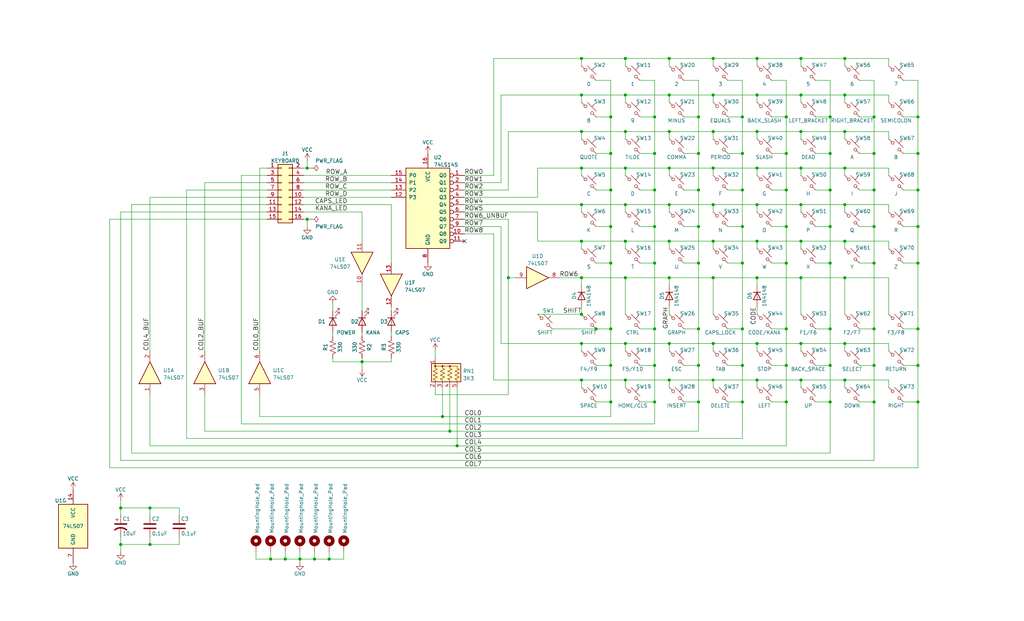
<source format=kicad_sch>
(kicad_sch (version 20211123) (generator eeschema)
  (paper "USLegal")
  (title_block (title "MSX Compatible Keyboard") (date "2022-11-07") (rev "1") (company "Frédéric Segard, a.k.z. Micro Hobbyist") (comment 4 "Inspired and modeled by Sergey Kiselev's design"))
  (junction (at 227.33 127))
  (junction (at 242.57 53.34))
  (junction (at 242.57 40.64))
  (junction (at 293.37 45.72))
  (junction (at 242.57 114.3))
  (junction (at 303.53 127))
  (junction (at 93.98 194.31))
  (junction (at 278.13 119.38))
  (junction (at 232.41 58.42))
  (junction (at 318.77 66.04))
  (junction (at 176.53 96.52))
  (junction (at 201.93 20.32))
  (junction (at 288.29 53.34))
  (junction (at 217.17 119.38))
  (junction (at 247.65 96.52))
  (junction (at 303.53 66.04))
  (junction (at 212.09 78.74))
  (junction (at 227.33 78.74))
  (junction (at 278.13 58.42))
  (junction (at 318.77 91.44))
  (junction (at 52.07 189.23))
  (junction (at 293.37 119.38))
  (junction (at 247.65 45.72))
  (junction (at 201.93 132.08))
  (junction (at 201.93 119.38))
  (junction (at 288.29 91.44))
  (junction (at 273.05 127))
  (junction (at 293.37 71.12))
  (junction (at 247.65 58.42))
  (junction (at 242.57 66.04))
  (junction (at 158.75 154.94))
  (junction (at 318.77 40.64))
  (junction (at 293.37 20.32))
  (junction (at 273.05 139.7))
  (junction (at 247.65 119.38))
  (junction (at 207.01 114.3))
  (junction (at 257.81 127))
  (junction (at 212.09 114.3))
  (junction (at 227.33 91.44))
  (junction (at 227.33 53.34))
  (junction (at 293.37 96.52))
  (junction (at 106.68 58.42))
  (junction (at 232.41 96.52))
  (junction (at 278.13 33.02))
  (junction (at 262.89 96.52))
  (junction (at 217.17 132.08))
  (junction (at 293.37 33.02))
  (junction (at 303.53 53.34))
  (junction (at 217.17 58.42))
  (junction (at 303.53 78.74))
  (junction (at 227.33 139.7))
  (junction (at 288.29 139.7))
  (junction (at 278.13 20.32))
  (junction (at 227.33 114.3))
  (junction (at 262.89 132.08))
  (junction (at 257.81 53.34))
  (junction (at 278.13 45.72))
  (junction (at 257.81 40.64))
  (junction (at 227.33 66.04))
  (junction (at 273.05 78.74))
  (junction (at 212.09 40.64))
  (junction (at 278.13 71.12))
  (junction (at 303.53 114.3))
  (junction (at 114.3 194.31))
  (junction (at 201.93 83.82))
  (junction (at 217.17 96.52))
  (junction (at 99.06 194.31))
  (junction (at 156.21 149.86))
  (junction (at 288.29 114.3))
  (junction (at 273.05 40.64))
  (junction (at 273.05 66.04))
  (junction (at 278.13 96.52))
  (junction (at 262.89 33.02))
  (junction (at 257.81 66.04))
  (junction (at 262.89 45.72))
  (junction (at 257.81 78.74))
  (junction (at 217.17 83.82))
  (junction (at 318.77 127))
  (junction (at 232.41 71.12))
  (junction (at 232.41 20.32))
  (junction (at 242.57 127))
  (junction (at 212.09 127))
  (junction (at 273.05 53.34))
  (junction (at 278.13 132.08))
  (junction (at 262.89 119.38))
  (junction (at 217.17 20.32))
  (junction (at 232.41 83.82))
  (junction (at 227.33 40.64))
  (junction (at 273.05 114.3))
  (junction (at 41.91 176.53))
  (junction (at 293.37 83.82))
  (junction (at 232.41 45.72))
  (junction (at 262.89 58.42))
  (junction (at 212.09 53.34))
  (junction (at 303.53 139.7))
  (junction (at 242.57 91.44))
  (junction (at 247.65 83.82))
  (junction (at 201.93 96.52))
  (junction (at 318.77 53.34))
  (junction (at 293.37 58.42))
  (junction (at 106.68 76.2))
  (junction (at 109.22 194.31))
  (junction (at 278.13 83.82))
  (junction (at 52.07 176.53))
  (junction (at 293.37 132.08))
  (junction (at 303.53 40.64))
  (junction (at 232.41 33.02))
  (junction (at 257.81 114.3))
  (junction (at 257.81 91.44))
  (junction (at 104.14 194.31))
  (junction (at 125.73 125.73))
  (junction (at 247.65 20.32))
  (junction (at 217.17 71.12))
  (junction (at 212.09 139.7))
  (junction (at 201.93 33.02))
  (junction (at 262.89 20.32))
  (junction (at 212.09 66.04))
  (junction (at 318.77 114.3))
  (junction (at 288.29 40.64))
  (junction (at 273.05 91.44))
  (junction (at 318.77 78.74))
  (junction (at 201.93 45.72))
  (junction (at 242.57 78.74))
  (junction (at 318.77 139.7))
  (junction (at 242.57 139.7))
  (junction (at 288.29 66.04))
  (junction (at 288.29 127))
  (junction (at 217.17 45.72))
  (junction (at 247.65 71.12))
  (junction (at 232.41 132.08))
  (junction (at 262.89 83.82))
  (junction (at 262.89 71.12))
  (junction (at 288.29 78.74))
  (junction (at 217.17 33.02))
  (junction (at 247.65 132.08))
  (junction (at 153.67 144.78))
  (junction (at 212.09 91.44))
  (junction (at 247.65 33.02))
  (junction (at 201.93 58.42))
  (junction (at 257.81 139.7))
  (junction (at 201.93 71.12))
  (junction (at 41.91 189.23))
  (junction (at 232.41 119.38))
  (junction (at 303.53 91.44))
  (junction (at 201.93 109.22))
  (no_connect (at 161.29 83.82))
  (wire (pts (xy 52.07 176.53) (xy 52.07 179.07)))
  (wire (pts (xy 247.65 58.42) (xy 262.89 58.42)))
  (wire (pts (xy 313.69 91.44) (xy 318.77 91.44)))
  (wire (pts (xy 125.73 99.06) (xy 125.73 107.95)))
  (wire (pts (xy 288.29 127) (xy 288.29 139.7)))
  (wire (pts (xy 232.41 45.72) (xy 247.65 45.72)))
  (wire (pts (xy 161.29 60.96) (xy 171.45 60.96)))
  (wire (pts (xy 52.07 189.23) (xy 62.23 189.23)))
  (wire (pts (xy 41.91 189.23) (xy 41.91 191.77)))
  (wire (pts (xy 252.73 78.74) (xy 257.81 78.74)))
  (wire (pts (xy 207.01 40.64) (xy 212.09 40.64)))
  (wire (pts (xy 62.23 176.53) (xy 62.23 179.07)))
  (wire (pts (xy 227.33 114.3) (xy 227.33 127)))
  (wire (pts (xy 115.57 115.57) (xy 115.57 116.84)))
  (wire (pts (xy 217.17 134.62) (xy 217.17 132.08)))
  (wire (pts (xy 135.89 116.84) (xy 135.89 115.57)))
  (wire (pts (xy 303.53 114.3) (xy 303.53 127)))
  (wire (pts (xy 201.93 121.92) (xy 201.93 119.38)))
  (wire (pts (xy 201.93 45.72) (xy 217.17 45.72)))
  (wire (pts (xy 242.57 78.74) (xy 242.57 91.44)))
  (wire (pts (xy 45.72 157.48) (xy 45.72 71.12)))
  (wire (pts (xy 90.17 58.42) (xy 92.71 58.42)))
  (wire (pts (xy 212.09 53.34) (xy 212.09 66.04)))
  (wire (pts (xy 293.37 60.96) (xy 293.37 58.42)))
  (wire (pts (xy 308.61 119.38) (xy 308.61 121.92)))
  (wire (pts (xy 222.25 139.7) (xy 227.33 139.7)))
  (wire (pts (xy 288.29 40.64) (xy 288.29 53.34)))
  (wire (pts (xy 93.98 194.31) (xy 99.06 194.31)))
  (wire (pts (xy 283.21 78.74) (xy 288.29 78.74)))
  (wire (pts (xy 273.05 40.64) (xy 273.05 53.34)))
  (wire (pts (xy 232.41 132.08) (xy 247.65 132.08)))
  (wire (pts (xy 186.69 73.66) (xy 161.29 73.66)))
  (wire (pts (xy 247.65 22.86) (xy 247.65 20.32)))
  (wire (pts (xy 237.49 53.34) (xy 242.57 53.34)))
  (wire (pts (xy 313.69 40.64) (xy 318.77 40.64)))
  (wire (pts (xy 71.12 63.5) (xy 71.12 121.92)))
  (wire (pts (xy 217.17 86.36) (xy 217.17 83.82)))
  (wire (pts (xy 201.93 35.56) (xy 201.93 33.02)))
  (wire (pts (xy 156.21 134.62) (xy 156.21 149.86)))
  (wire (pts (xy 303.53 27.94) (xy 303.53 40.64)))
  (wire (pts (xy 252.73 27.94) (xy 257.81 27.94)))
  (wire (pts (xy 273.05 127) (xy 273.05 139.7)))
  (wire (pts (xy 158.75 134.62) (xy 158.75 154.94)))
  (wire (pts (xy 232.41 121.92) (xy 232.41 119.38)))
  (wire (pts (xy 318.77 114.3) (xy 318.77 127)))
  (wire (pts (xy 278.13 121.92) (xy 278.13 119.38)))
  (wire (pts (xy 293.37 132.08) (xy 308.61 132.08)))
  (wire (pts (xy 237.49 127) (xy 242.57 127)))
  (wire (pts (xy 41.91 160.02) (xy 41.91 73.66)))
  (wire (pts (xy 212.09 78.74) (xy 212.09 91.44)))
  (wire (pts (xy 308.61 45.72) (xy 308.61 48.26)))
  (wire (pts (xy 273.05 27.94) (xy 273.05 40.64)))
  (wire (pts (xy 247.65 83.82) (xy 262.89 83.82)))
  (wire (pts (xy 252.73 127) (xy 257.81 127)))
  (wire (pts (xy 242.57 149.86) (xy 156.21 149.86)))
  (wire (pts (xy 273.05 154.94) (xy 158.75 154.94)))
  (wire (pts (xy 237.49 66.04) (xy 242.57 66.04)))
  (wire (pts (xy 201.93 58.42) (xy 217.17 58.42)))
  (wire (pts (xy 308.61 20.32) (xy 308.61 22.86)))
  (wire (pts (xy 104.14 194.31) (xy 109.22 194.31)))
  (wire (pts (xy 278.13 96.52) (xy 293.37 96.52)))
  (wire (pts (xy 232.41 83.82) (xy 247.65 83.82)))
  (wire (pts (xy 242.57 27.94) (xy 242.57 40.64)))
  (wire (pts (xy 257.81 27.94) (xy 257.81 40.64)))
  (wire (pts (xy 232.41 99.06) (xy 232.41 96.52)))
  (wire (pts (xy 212.09 114.3) (xy 212.09 127)))
  (wire (pts (xy 201.93 96.52) (xy 201.93 99.06)))
  (wire (pts (xy 278.13 35.56) (xy 278.13 33.02)))
  (wire (pts (xy 99.06 191.77) (xy 99.06 194.31)))
  (wire (pts (xy 217.17 58.42) (xy 232.41 58.42)))
  (wire (pts (xy 252.73 114.3) (xy 257.81 114.3)))
  (wire (pts (xy 293.37 86.36) (xy 293.37 83.82)))
  (wire (pts (xy 83.82 60.96) (xy 92.71 60.96)))
  (wire (pts (xy 212.09 139.7) (xy 212.09 144.78)))
  (wire (pts (xy 293.37 121.92) (xy 293.37 119.38)))
  (wire (pts (xy 217.17 73.66) (xy 217.17 71.12)))
  (wire (pts (xy 247.65 35.56) (xy 247.65 33.02)))
  (wire (pts (xy 293.37 109.22) (xy 293.37 96.52)))
  (wire (pts (xy 207.01 114.3) (xy 212.09 114.3)))
  (wire (pts (xy 201.93 134.62) (xy 201.93 132.08)))
  (wire (pts (xy 106.68 58.42) (xy 106.68 55.88)))
  (wire (pts (xy 293.37 71.12) (xy 308.61 71.12)))
  (wire (pts (xy 247.65 119.38) (xy 262.89 119.38)))
  (wire (pts (xy 318.77 78.74) (xy 318.77 91.44)))
  (wire (pts (xy 247.65 96.52) (xy 262.89 96.52)))
  (wire (pts (xy 252.73 40.64) (xy 257.81 40.64)))
  (wire (pts (xy 201.93 96.52) (xy 217.17 96.52)))
  (wire (pts (xy 227.33 40.64) (xy 227.33 53.34)))
  (wire (pts (xy 262.89 106.68) (xy 262.89 109.22)))
  (wire (pts (xy 232.41 33.02) (xy 247.65 33.02)))
  (wire (pts (xy 262.89 134.62) (xy 262.89 132.08)))
  (wire (pts (xy 247.65 33.02) (xy 262.89 33.02)))
  (wire (pts (xy 283.21 139.7) (xy 288.29 139.7)))
  (wire (pts (xy 71.12 149.86) (xy 71.12 137.16)))
  (wire (pts (xy 283.21 53.34) (xy 288.29 53.34)))
  (wire (pts (xy 237.49 114.3) (xy 242.57 114.3)))
  (wire (pts (xy 273.05 114.3) (xy 273.05 127)))
  (wire (pts (xy 41.91 189.23) (xy 52.07 189.23)))
  (wire (pts (xy 114.3 191.77) (xy 114.3 194.31)))
  (wire (pts (xy 313.69 139.7) (xy 318.77 139.7)))
  (wire (pts (xy 151.13 124.46) (xy 151.13 121.92)))
  (wire (pts (xy 247.65 86.36) (xy 247.65 83.82)))
  (wire (pts (xy 252.73 91.44) (xy 257.81 91.44)))
  (wire (pts (xy 186.69 68.58) (xy 161.29 68.58)))
  (wire (pts (xy 262.89 86.36) (xy 262.89 83.82)))
  (wire (pts (xy 232.41 86.36) (xy 232.41 83.82)))
  (wire (pts (xy 262.89 58.42) (xy 278.13 58.42)))
  (wire (pts (xy 201.93 33.02) (xy 217.17 33.02)))
  (wire (pts (xy 298.45 27.94) (xy 303.53 27.94)))
  (wire (pts (xy 207.01 53.34) (xy 212.09 53.34)))
  (wire (pts (xy 217.17 45.72) (xy 232.41 45.72)))
  (wire (pts (xy 247.65 132.08) (xy 262.89 132.08)))
  (wire (pts (xy 222.25 27.94) (xy 227.33 27.94)))
  (wire (pts (xy 293.37 96.52) (xy 308.61 96.52)))
  (wire (pts (xy 288.29 91.44) (xy 288.29 114.3)))
  (wire (pts (xy 107.95 76.2) (xy 106.68 76.2)))
  (wire (pts (xy 232.41 20.32) (xy 247.65 20.32)))
  (wire (pts (xy 62.23 189.23) (xy 62.23 186.69)))
  (wire (pts (xy 303.53 78.74) (xy 303.53 91.44)))
  (wire (pts (xy 318.77 127) (xy 318.77 139.7)))
  (wire (pts (xy 242.57 53.34) (xy 242.57 66.04)))
  (wire (pts (xy 262.89 83.82) (xy 278.13 83.82)))
  (wire (pts (xy 313.69 66.04) (xy 318.77 66.04)))
  (wire (pts (xy 237.49 78.74) (xy 242.57 78.74)))
  (wire (pts (xy 278.13 134.62) (xy 278.13 132.08)))
  (wire (pts (xy 293.37 22.86) (xy 293.37 20.32)))
  (wire (pts (xy 52.07 186.69) (xy 52.07 189.23)))
  (wire (pts (xy 207.01 91.44) (xy 212.09 91.44)))
  (wire (pts (xy 45.72 71.12) (xy 92.71 71.12)))
  (wire (pts (xy 257.81 114.3) (xy 257.81 127)))
  (wire (pts (xy 176.53 96.52) (xy 179.07 96.52)))
  (wire (pts (xy 107.95 58.42) (xy 106.68 58.42)))
  (wire (pts (xy 99.06 194.31) (xy 104.14 194.31)))
  (wire (pts (xy 153.67 144.78) (xy 90.17 144.78)))
  (wire (pts (xy 201.93 20.32) (xy 217.17 20.32)))
  (wire (pts (xy 293.37 35.56) (xy 293.37 33.02)))
  (wire (pts (xy 278.13 60.96) (xy 278.13 58.42)))
  (wire (pts (xy 104.14 191.77) (xy 104.14 194.31)))
  (wire (pts (xy 115.57 125.73) (xy 125.73 125.73)))
  (wire (pts (xy 262.89 96.52) (xy 278.13 96.52)))
  (wire (pts (xy 283.21 40.64) (xy 288.29 40.64)))
  (wire (pts (xy 252.73 66.04) (xy 257.81 66.04)))
  (wire (pts (xy 105.41 71.12) (xy 135.89 71.12)))
  (wire (pts (xy 212.09 27.94) (xy 212.09 40.64)))
  (wire (pts (xy 83.82 147.32) (xy 227.33 147.32)))
  (wire (pts (xy 303.53 139.7) (xy 303.53 160.02)))
  (wire (pts (xy 161.29 71.12) (xy 201.93 71.12)))
  (wire (pts (xy 313.69 53.34) (xy 318.77 53.34)))
  (wire (pts (xy 52.07 68.58) (xy 52.07 121.92)))
  (wire (pts (xy 298.45 66.04) (xy 303.53 66.04)))
  (wire (pts (xy 186.69 58.42) (xy 186.69 68.58)))
  (wire (pts (xy 303.53 66.04) (xy 303.53 78.74)))
  (wire (pts (xy 161.29 78.74) (xy 173.99 78.74)))
  (wire (pts (xy 267.97 127) (xy 273.05 127)))
  (wire (pts (xy 247.65 73.66) (xy 247.65 71.12)))
  (wire (pts (xy 288.29 78.74) (xy 288.29 91.44)))
  (wire (pts (xy 64.77 66.04) (xy 92.71 66.04)))
  (wire (pts (xy 232.41 96.52) (xy 247.65 96.52)))
  (wire (pts (xy 278.13 71.12) (xy 293.37 71.12)))
  (wire (pts (xy 227.33 53.34) (xy 227.33 66.04)))
  (wire (pts (xy 303.53 91.44) (xy 303.53 114.3)))
  (wire (pts (xy 313.69 27.94) (xy 318.77 27.94)))
  (wire (pts (xy 41.91 173.99) (xy 41.91 176.53)))
  (wire (pts (xy 115.57 124.46) (xy 115.57 125.73)))
  (wire (pts (xy 105.41 58.42) (xy 106.68 58.42)))
  (wire (pts (xy 232.41 134.62) (xy 232.41 132.08)))
  (wire (pts (xy 173.99 63.5) (xy 161.29 63.5)))
  (wire (pts (xy 83.82 147.32) (xy 83.82 60.96)))
  (wire (pts (xy 41.91 176.53) (xy 52.07 176.53)))
  (wire (pts (xy 313.69 114.3) (xy 318.77 114.3)))
  (wire (pts (xy 191.77 114.3) (xy 207.01 114.3)))
  (wire (pts (xy 247.65 71.12) (xy 262.89 71.12)))
  (wire (pts (xy 267.97 78.74) (xy 273.05 78.74)))
  (wire (pts (xy 308.61 96.52) (xy 308.61 109.22)))
  (wire (pts (xy 222.25 78.74) (xy 227.33 78.74)))
  (wire (pts (xy 93.98 191.77) (xy 93.98 194.31)))
  (wire (pts (xy 212.09 127) (xy 212.09 139.7)))
  (wire (pts (xy 176.53 45.72) (xy 201.93 45.72)))
  (wire (pts (xy 293.37 83.82) (xy 308.61 83.82)))
  (wire (pts (xy 283.21 66.04) (xy 288.29 66.04)))
  (wire (pts (xy 313.69 78.74) (xy 318.77 78.74)))
  (wire (pts (xy 293.37 20.32) (xy 308.61 20.32)))
  (wire (pts (xy 64.77 152.4) (xy 257.81 152.4)))
  (wire (pts (xy 257.81 91.44) (xy 257.81 114.3)))
  (wire (pts (xy 278.13 119.38) (xy 293.37 119.38)))
  (wire (pts (xy 232.41 71.12) (xy 247.65 71.12)))
  (wire (pts (xy 217.17 109.22) (xy 217.17 96.52)))
  (wire (pts (xy 283.21 91.44) (xy 288.29 91.44)))
  (wire (pts (xy 194.31 96.52) (xy 201.93 96.52)))
  (wire (pts (xy 262.89 22.86) (xy 262.89 20.32)))
  (wire (pts (xy 298.45 139.7) (xy 303.53 139.7)))
  (wire (pts (xy 201.93 119.38) (xy 217.17 119.38)))
  (wire (pts (xy 158.75 154.94) (xy 52.07 154.94)))
  (wire (pts (xy 207.01 139.7) (xy 212.09 139.7)))
  (wire (pts (xy 105.41 68.58) (xy 135.89 68.58)))
  (wire (pts (xy 217.17 20.32) (xy 232.41 20.32)))
  (wire (pts (xy 227.33 139.7) (xy 227.33 147.32)))
  (wire (pts (xy 257.81 53.34) (xy 257.81 66.04)))
  (wire (pts (xy 232.41 106.68) (xy 232.41 109.22)))
  (wire (pts (xy 318.77 53.34) (xy 318.77 66.04)))
  (wire (pts (xy 52.07 154.94) (xy 52.07 137.16)))
  (wire (pts (xy 212.09 91.44) (xy 212.09 114.3)))
  (wire (pts (xy 308.61 132.08) (xy 308.61 134.62)))
  (wire (pts (xy 125.73 125.73) (xy 125.73 124.46)))
  (wire (pts (xy 222.25 66.04) (xy 227.33 66.04)))
  (wire (pts (xy 217.17 83.82) (xy 232.41 83.82)))
  (wire (pts (xy 135.89 124.46) (xy 135.89 125.73)))
  (wire (pts (xy 217.17 35.56) (xy 217.17 33.02)))
  (wire (pts (xy 52.07 176.53) (xy 62.23 176.53)))
  (wire (pts (xy 171.45 20.32) (xy 201.93 20.32)))
  (wire (pts (xy 227.33 127) (xy 227.33 139.7)))
  (wire (pts (xy 105.41 66.04) (xy 135.89 66.04)))
  (wire (pts (xy 171.45 132.08) (xy 201.93 132.08)))
  (wire (pts (xy 232.41 35.56) (xy 232.41 33.02)))
  (wire (pts (xy 125.73 125.73) (xy 125.73 128.27)))
  (wire (pts (xy 318.77 40.64) (xy 318.77 53.34)))
  (wire (pts (xy 242.57 40.64) (xy 242.57 53.34)))
  (wire (pts (xy 105.41 76.2) (xy 106.68 76.2)))
  (wire (pts (xy 247.65 20.32) (xy 262.89 20.32)))
  (wire (pts (xy 227.33 78.74) (xy 227.33 91.44)))
  (wire (pts (xy 217.17 96.52) (xy 232.41 96.52)))
  (wire (pts (xy 232.41 58.42) (xy 247.65 58.42)))
  (wire (pts (xy 109.22 191.77) (xy 109.22 194.31)))
  (wire (pts (xy 64.77 152.4) (xy 64.77 66.04)))
  (wire (pts (xy 273.05 139.7) (xy 273.05 154.94)))
  (wire (pts (xy 308.61 83.82) (xy 308.61 86.36)))
  (wire (pts (xy 52.07 68.58) (xy 92.71 68.58)))
  (wire (pts (xy 222.25 114.3) (xy 227.33 114.3)))
  (wire (pts (xy 303.53 127) (xy 303.53 139.7)))
  (wire (pts (xy 267.97 91.44) (xy 273.05 91.44)))
  (wire (pts (xy 105.41 73.66) (xy 125.73 73.66)))
  (wire (pts (xy 318.77 139.7) (xy 318.77 162.56)))
  (wire (pts (xy 298.45 114.3) (xy 303.53 114.3)))
  (wire (pts (xy 125.73 115.57) (xy 125.73 116.84)))
  (wire (pts (xy 262.89 121.92) (xy 262.89 119.38)))
  (wire (pts (xy 267.97 114.3) (xy 273.05 114.3)))
  (wire (pts (xy 278.13 20.32) (xy 293.37 20.32)))
  (wire (pts (xy 242.57 66.04) (xy 242.57 78.74)))
  (wire (pts (xy 105.41 63.5) (xy 135.89 63.5)))
  (wire (pts (xy 273.05 53.34) (xy 273.05 66.04)))
  (wire (pts (xy 262.89 33.02) (xy 278.13 33.02)))
  (wire (pts (xy 267.97 53.34) (xy 273.05 53.34)))
  (wire (pts (xy 293.37 119.38) (xy 308.61 119.38)))
  (wire (pts (xy 176.53 66.04) (xy 161.29 66.04)))
  (wire (pts (xy 257.81 40.64) (xy 257.81 53.34)))
  (wire (pts (xy 41.91 160.02) (xy 303.53 160.02)))
  (wire (pts (xy 212.09 144.78) (xy 153.67 144.78)))
  (wire (pts (xy 232.41 22.86) (xy 232.41 20.32)))
  (wire (pts (xy 293.37 134.62) (xy 293.37 132.08)))
  (wire (pts (xy 318.77 27.94) (xy 318.77 40.64)))
  (wire (pts (xy 242.57 114.3) (xy 242.57 127)))
  (wire (pts (xy 88.9 191.77) (xy 88.9 194.31)))
  (wire (pts (xy 262.89 119.38) (xy 278.13 119.38)))
  (wire (pts (xy 135.89 106.68) (xy 135.89 107.95)))
  (wire (pts (xy 252.73 53.34) (xy 257.81 53.34)))
  (wire (pts (xy 217.17 71.12) (xy 232.41 71.12)))
  (wire (pts (xy 288.29 27.94) (xy 288.29 40.64)))
  (wire (pts (xy 283.21 27.94) (xy 288.29 27.94)))
  (wire (pts (xy 278.13 132.08) (xy 293.37 132.08)))
  (wire (pts (xy 115.57 105.41) (xy 115.57 107.95)))
  (wire (pts (xy 288.29 66.04) (xy 288.29 78.74)))
  (wire (pts (xy 247.65 134.62) (xy 247.65 132.08)))
  (wire (pts (xy 186.69 83.82) (xy 201.93 83.82)))
  (wire (pts (xy 201.93 83.82) (xy 217.17 83.82)))
  (wire (pts (xy 227.33 91.44) (xy 227.33 114.3)))
  (wire (pts (xy 262.89 20.32) (xy 278.13 20.32)))
  (wire (pts (xy 38.1 162.56) (xy 318.77 162.56)))
  (wire (pts (xy 171.45 81.28) (xy 161.29 81.28)))
  (wire (pts (xy 262.89 99.06) (xy 262.89 96.52)))
  (wire (pts (xy 257.81 127) (xy 257.81 139.7)))
  (wire (pts (xy 217.17 33.02) (xy 232.41 33.02)))
  (wire (pts (xy 293.37 73.66) (xy 293.37 71.12)))
  (wire (pts (xy 201.93 60.96) (xy 201.93 58.42)))
  (wire (pts (xy 262.89 132.08) (xy 278.13 132.08)))
  (wire (pts (xy 262.89 35.56) (xy 262.89 33.02)))
  (wire (pts (xy 313.69 127) (xy 318.77 127)))
  (wire (pts (xy 267.97 139.7) (xy 273.05 139.7)))
  (wire (pts (xy 125.73 83.82) (xy 125.73 73.66)))
  (wire (pts (xy 298.45 40.64) (xy 303.53 40.64)))
  (wire (pts (xy 201.93 48.26) (xy 201.93 45.72)))
  (wire (pts (xy 232.41 48.26) (xy 232.41 45.72)))
  (wire (pts (xy 114.3 194.31) (xy 119.38 194.31)))
  (wire (pts (xy 171.45 132.08) (xy 171.45 81.28)))
  (wire (pts (xy 237.49 40.64) (xy 242.57 40.64)))
  (wire (pts (xy 207.01 127) (xy 212.09 127)))
  (wire (pts (xy 242.57 139.7) (xy 242.57 149.86)))
  (wire (pts (xy 71.12 63.5) (xy 92.71 63.5)))
  (wire (pts (xy 227.33 66.04) (xy 227.33 78.74)))
  (wire (pts (xy 257.81 139.7) (xy 257.81 152.4)))
  (wire (pts (xy 262.89 60.96) (xy 262.89 58.42)))
  (wire (pts (xy 293.37 58.42) (xy 308.61 58.42)))
  (wire (pts (xy 222.25 91.44) (xy 227.33 91.44)))
  (wire (pts (xy 247.65 109.22) (xy 247.65 96.52)))
  (wire (pts (xy 88.9 194.31) (xy 93.98 194.31)))
  (wire (pts (xy 105.41 60.96) (xy 135.89 60.96)))
  (wire (pts (xy 45.72 157.48) (xy 288.29 157.48)))
  (wire (pts (xy 237.49 139.7) (xy 242.57 139.7)))
  (wire (pts (xy 135.89 125.73) (xy 125.73 125.73)))
  (wire (pts (xy 267.97 66.04) (xy 273.05 66.04)))
  (wire (pts (xy 41.91 176.53) (xy 41.91 179.07)))
  (wire (pts (xy 298.45 78.74) (xy 303.53 78.74)))
  (wire (pts (xy 318.77 66.04) (xy 318.77 78.74)))
  (wire (pts (xy 283.21 114.3) (xy 288.29 114.3)))
  (wire (pts (xy 278.13 22.86) (xy 278.13 20.32)))
  (wire (pts (xy 308.61 71.12) (xy 308.61 73.66)))
  (wire (pts (xy 283.21 127) (xy 288.29 127)))
  (wire (pts (xy 252.73 139.7) (xy 257.81 139.7)))
  (wire (pts (xy 217.17 119.38) (xy 232.41 119.38)))
  (wire (pts (xy 298.45 91.44) (xy 303.53 91.44)))
  (wire (pts (xy 173.99 119.38) (xy 201.93 119.38)))
  (wire (pts (xy 308.61 58.42) (xy 308.61 60.96)))
  (wire (pts (xy 273.05 66.04) (xy 273.05 78.74)))
  (wire (pts (xy 308.61 33.02) (xy 308.61 35.56)))
  (wire (pts (xy 186.69 83.82) (xy 186.69 73.66)))
  (wire (pts (xy 278.13 45.72) (xy 293.37 45.72)))
  (wire (pts (xy 298.45 127) (xy 303.53 127)))
  (wire (pts (xy 119.38 191.77) (xy 119.38 194.31)))
  (wire (pts (xy 318.77 91.44) (xy 318.77 114.3)))
  (wire (pts (xy 278.13 33.02) (xy 293.37 33.02)))
  (wire (pts (xy 247.65 121.92) (xy 247.65 119.38)))
  (wire (pts (xy 176.53 76.2) (xy 161.29 76.2)))
  (wire (pts (xy 278.13 73.66) (xy 278.13 71.12)))
  (wire (pts (xy 201.93 22.86) (xy 201.93 20.32)))
  (wire (pts (xy 247.65 45.72) (xy 262.89 45.72)))
  (wire (pts (xy 207.01 78.74) (xy 212.09 78.74)))
  (wire (pts (xy 173.99 33.02) (xy 201.93 33.02)))
  (wire (pts (xy 38.1 162.56) (xy 38.1 76.2)))
  (wire (pts (xy 151.13 137.16) (xy 176.53 137.16)))
  (wire (pts (xy 222.25 40.64) (xy 227.33 40.64)))
  (wire (pts (xy 273.05 91.44) (xy 273.05 114.3)))
  (wire (pts (xy 109.22 194.31) (xy 114.3 194.31)))
  (wire (pts (xy 257.81 66.04) (xy 257.81 78.74)))
  (wire (pts (xy 212.09 66.04) (xy 212.09 78.74)))
  (wire (pts (xy 176.53 96.52) (xy 176.53 137.16)))
  (wire (pts (xy 173.99 78.74) (xy 173.99 119.38)))
  (wire (pts (xy 173.99 33.02) (xy 173.99 63.5)))
  (wire (pts (xy 247.65 48.26) (xy 247.65 45.72)))
  (wire (pts (xy 232.41 60.96) (xy 232.41 58.42)))
  (wire (pts (xy 288.29 139.7) (xy 288.29 157.48)))
  (wire (pts (xy 201.93 109.22) (xy 201.93 106.68)))
  (wire (pts (xy 227.33 27.94) (xy 227.33 40.64)))
  (wire (pts (xy 267.97 27.94) (xy 273.05 27.94)))
  (wire (pts (xy 153.67 134.62) (xy 153.67 144.78)))
  (wire (pts (xy 207.01 27.94) (xy 212.09 27.94)))
  (wire (pts (xy 278.13 109.22) (xy 278.13 96.52)))
  (wire (pts (xy 201.93 71.12) (xy 217.17 71.12)))
  (wire (pts (xy 135.89 71.12) (xy 135.89 91.44)))
  (wire (pts (xy 278.13 48.26) (xy 278.13 45.72)))
  (wire (pts (xy 38.1 76.2) (xy 92.71 76.2)))
  (wire (pts (xy 242.57 91.44) (xy 242.57 114.3)))
  (wire (pts (xy 303.53 53.34) (xy 303.53 66.04)))
  (wire (pts (xy 273.05 78.74) (xy 273.05 91.44)))
  (wire (pts (xy 217.17 121.92) (xy 217.17 119.38)))
  (wire (pts (xy 237.49 27.94) (xy 242.57 27.94)))
  (wire (pts (xy 217.17 60.96) (xy 217.17 58.42)))
  (wire (pts (xy 201.93 86.36) (xy 201.93 83.82)))
  (wire (pts (xy 237.49 91.44) (xy 242.57 91.44)))
  (wire (pts (xy 278.13 83.82) (xy 293.37 83.82)))
  (wire (pts (xy 201.93 132.08) (xy 217.17 132.08)))
  (wire (pts (xy 151.13 134.62) (xy 151.13 137.16)))
  (wire (pts (xy 278.13 86.36) (xy 278.13 83.82)))
  (wire (pts (xy 293.37 48.26) (xy 293.37 45.72)))
  (wire (pts (xy 293.37 33.02) (xy 308.61 33.02)))
  (wire (pts (xy 303.53 40.64) (xy 303.53 53.34)))
  (wire (pts (xy 176.53 76.2) (xy 176.53 96.52)))
  (wire (pts (xy 212.09 40.64) (xy 212.09 53.34)))
  (wire (pts (xy 207.01 66.04) (xy 212.09 66.04)))
  (wire (pts (xy 41.91 186.69) (xy 41.91 189.23)))
  (wire (pts (xy 262.89 45.72) (xy 278.13 45.72)))
  (wire (pts (xy 90.17 144.78) (xy 90.17 137.16)))
  (wire (pts (xy 217.17 48.26) (xy 217.17 45.72)))
  (wire (pts (xy 293.37 45.72) (xy 308.61 45.72)))
  (wire (pts (xy 41.91 73.66) (xy 92.71 73.66)))
  (wire (pts (xy 186.69 58.42) (xy 201.93 58.42)))
  (wire (pts (xy 262.89 71.12) (xy 278.13 71.12)))
  (wire (pts (xy 171.45 60.96) (xy 171.45 20.32)))
  (wire (pts (xy 156.21 149.86) (xy 71.12 149.86)))
  (wire (pts (xy 262.89 73.66) (xy 262.89 71.12)))
  (wire (pts (xy 217.17 22.86) (xy 217.17 20.32)))
  (wire (pts (xy 267.97 40.64) (xy 273.05 40.64)))
  (wire (pts (xy 298.45 53.34) (xy 303.53 53.34)))
  (wire (pts (xy 176.53 45.72) (xy 176.53 66.04)))
  (wire (pts (xy 90.17 121.92) (xy 90.17 58.42)))
  (wire (pts (xy 106.68 76.2) (xy 106.68 78.74)))
  (wire (pts (xy 201.93 73.66) (xy 201.93 71.12)))
  (wire (pts (xy 232.41 119.38) (xy 247.65 119.38)))
  (wire (pts (xy 288.29 114.3) (xy 288.29 127)))
  (wire (pts (xy 257.81 78.74) (xy 257.81 91.44)))
  (wire (pts (xy 242.57 127) (xy 242.57 139.7)))
  (wire (pts (xy 217.17 132.08) (xy 232.41 132.08)))
  (wire (pts (xy 232.41 73.66) (xy 232.41 71.12)))
  (wire (pts (xy 278.13 58.42) (xy 293.37 58.42)))
  (wire (pts (xy 262.89 48.26) (xy 262.89 45.72)))
  (wire (pts (xy 201.93 109.22) (xy 186.69 109.22)))
  (wire (pts (xy 247.65 60.96) (xy 247.65 58.42)))
  (wire (pts (xy 104.14 194.31) (xy 104.14 195.58)))
  (wire (pts (xy 288.29 53.34) (xy 288.29 66.04)))
  (wire (pts (xy 222.25 53.34) (xy 227.33 53.34)))
  (wire (pts (xy 222.25 127) (xy 227.33 127)))
  (label "COL2_BUF" (at 71.12 121.92 90) (effects (font (size 1.524 1.524))))
  (label "ROW5" (at 161.29 73.66 0) (effects (font (size 1.524 1.524))))
  (label "COL0" (at 161.29 144.78 0) (effects (font (size 1.524 1.524))))
  (label "ROW_D" (at 120.65 68.58 180) (effects (font (size 1.524 1.524))))
  (label "ROW3" (at 161.29 68.58 0) (effects (font (size 1.524 1.524))))
  (label "ROW6_UNBUF" (at 161.29 76.2 0) (effects (font (size 1.524 1.524))))
  (label "COL2" (at 161.29 149.86 0) (effects (font (size 1.524 1.524))))
  (label "ROW6" (at 194.31 96.52 0) (effects (font (size 1.524 1.524))))
  (label "COL3" (at 161.29 152.4 0) (effects (font (size 1.524 1.524))))
  (label "COL4" (at 161.29 154.94 0) (effects (font (size 1.524 1.524))))
  (label "CODE" (at 262.89 106.68 270) (effects (font (size 1.524 1.524))))
  (label "ROW1" (at 161.29 63.5 0) (effects (font (size 1.524 1.524))))
  (label "COL5" (at 161.29 157.48 0) (effects (font (size 1.524 1.524))))
  (label "ROW7" (at 161.29 78.74 0) (effects (font (size 1.524 1.524))))
  (label "KANA_LED" (at 120.65 73.66 180) (effects (font (size 1.524 1.524))))
  (label "ROW2" (at 161.29 66.04 0) (effects (font (size 1.524 1.524))))
  (label "ROW4" (at 161.29 71.12 0) (effects (font (size 1.524 1.524))))
  (label "COL1" (at 161.29 147.32 0) (effects (font (size 1.524 1.524))))
  (label "ROW8" (at 161.29 81.28 0) (effects (font (size 1.524 1.524))))
  (label "SHIFT" (at 201.93 109.22 180) (effects (font (size 1.524 1.524))))
  (label "CAPS_LED" (at 120.65 71.12 180) (effects (font (size 1.524 1.524))))
  (label "ROW_C" (at 120.65 66.04 180) (effects (font (size 1.524 1.524))))
  (label "COL7" (at 161.29 162.56 0) (effects (font (size 1.524 1.524))))
  (label "ROW_B" (at 120.65 63.5 180) (effects (font (size 1.524 1.524))))
  (label "COL0_BUF" (at 90.17 121.92 90) (effects (font (size 1.524 1.524))))
  (label "ROW0" (at 161.29 60.96 0) (effects (font (size 1.524 1.524))))
  (label "COL6" (at 161.29 160.02 0) (effects (font (size 1.524 1.524))))
  (label "COL4_BUF" (at 52.07 121.92 90) (effects (font (size 1.524 1.524))))
  (label "GRAPH" (at 232.41 106.68 270) (effects (font (size 1.524 1.524))))
  (label "ROW_A" (at 120.65 60.96 180) (effects (font (size 1.524 1.524))))
  (symbol (lib_id "Switch:SW_Push_45deg") (at 204.47 25.4 0) (unit 1)
    (property "Reference" "SW2" (at 208.28 22.606 0))
    (property "Value" "0" (at 204.47 29.21 0))
    (property "Footprint" "0_Z80_Library:SW_Cherry_MX_PCB_1.00u" (effects hide))
  )
  (symbol (lib_id "Switch:SW_Push_45deg") (at 219.71 25.4 0) (unit 1)
    (property "Reference" "SW11" (at 223.52 22.606 0))
    (property "Value" "1" (at 219.71 29.21 0))
    (property "Footprint" "0_Z80_Library:SW_Cherry_MX_PCB_1.00u" (effects hide))
  )
  (symbol (lib_id "Switch:SW_Push_45deg") (at 204.47 38.1 0) (unit 1)
    (property "Reference" "SW3" (at 208.28 35.306 0))
    (property "Value" "8" (at 204.47 41.91 0))
    (property "Footprint" "0_Z80_Library:SW_Cherry_MX_PCB_1.00u" (effects hide))
  )
  (symbol (lib_id "Switch:SW_Push_45deg") (at 219.71 38.1 0) (unit 1)
    (property "Reference" "SW12" (at 223.52 35.306 0))
    (property "Value" "9" (at 219.71 41.91 0))
    (property "Footprint" "0_Z80_Library:SW_Cherry_MX_PCB_1.00u" (effects hide))
  )
  (symbol (lib_id "Switch:SW_Push_45deg") (at 234.95 25.4 0) (unit 1)
    (property "Reference" "SW20" (at 238.76 22.606 0))
    (property "Value" "2" (at 234.95 29.21 0))
    (property "Footprint" "0_Z80_Library:SW_Cherry_MX_PCB_1.00u" (effects hide))
  )
  (symbol (lib_id "Switch:SW_Push_45deg") (at 250.19 25.4 0) (unit 1)
    (property "Reference" "SW29" (at 254 22.606 0))
    (property "Value" "3" (at 250.19 29.21 0))
    (property "Footprint" "0_Z80_Library:SW_Cherry_MX_PCB_1.00u" (effects hide))
  )
  (symbol (lib_id "Switch:SW_Push_45deg") (at 234.95 38.1 0) (unit 1)
    (property "Reference" "SW21" (at 238.76 35.306 0))
    (property "Value" "MINUS" (at 234.95 41.91 0))
    (property "Footprint" "0_Z80_Library:SW_Cherry_MX_PCB_1.00u" (effects hide))
  )
  (symbol (lib_id "Switch:SW_Push_45deg") (at 250.19 38.1 0) (unit 1)
    (property "Reference" "SW30" (at 254 35.306 0))
    (property "Value" "EQUALS" (at 250.19 41.91 0))
    (property "Footprint" "0_Z80_Library:SW_Cherry_MX_PCB_1.00u" (effects hide))
  )
  (symbol (lib_id "Switch:SW_Push_45deg") (at 265.43 25.4 0) (unit 1)
    (property "Reference" "SW38" (at 269.24 22.606 0))
    (property "Value" "4" (at 265.43 29.21 0))
    (property "Footprint" "0_Z80_Library:SW_Cherry_MX_PCB_1.00u" (effects hide))
  )
  (symbol (lib_id "Switch:SW_Push_45deg") (at 280.67 25.4 0) (unit 1)
    (property "Reference" "SW47" (at 284.48 22.606 0))
    (property "Value" "5" (at 280.67 29.21 0))
    (property "Footprint" "0_Z80_Library:SW_Cherry_MX_PCB_1.00u" (effects hide))
  )
  (symbol (lib_id "Switch:SW_Push_45deg") (at 265.43 38.1 0) (unit 1)
    (property "Reference" "SW39" (at 269.24 35.306 0))
    (property "Value" "BACK_SLASH" (at 265.43 41.91 0))
    (property "Footprint" "0_Z80_Library:SW_Cherry_MX_PCB_1.50u" (effects hide))
  )
  (symbol (lib_id "Switch:SW_Push_45deg") (at 280.67 38.1 0) (unit 1)
    (property "Reference" "SW48" (at 284.48 35.306 0))
    (property "Value" "LEFT_BRACKET" (at 280.67 41.91 0))
    (property "Footprint" "0_Z80_Library:SW_Cherry_MX_PCB_1.00u" (effects hide))
  )
  (symbol (lib_id "Switch:SW_Push_45deg") (at 295.91 25.4 0) (unit 1)
    (property "Reference" "SW56" (at 299.72 22.606 0))
    (property "Value" "6" (at 295.91 29.21 0))
    (property "Footprint" "0_Z80_Library:SW_Cherry_MX_PCB_1.00u" (effects hide))
  )
  (symbol (lib_id "Switch:SW_Push_45deg") (at 311.15 25.4 0) (unit 1)
    (property "Reference" "SW65" (at 314.96 22.606 0))
    (property "Value" "7" (at 311.15 29.21 0))
    (property "Footprint" "0_Z80_Library:SW_Cherry_MX_PCB_1.00u" (effects hide))
  )
  (symbol (lib_id "Switch:SW_Push_45deg") (at 295.91 38.1 0) (unit 1)
    (property "Reference" "SW57" (at 299.72 35.306 0))
    (property "Value" "RIGHT_BRACKET" (at 295.91 41.91 0))
    (property "Footprint" "0_Z80_Library:SW_Cherry_MX_PCB_1.00u" (effects hide))
  )
  (symbol (lib_id "Switch:SW_Push_45deg") (at 311.15 38.1 0) (unit 1)
    (property "Reference" "SW66" (at 314.96 35.306 0))
    (property "Value" "SEMICOLON" (at 311.15 41.91 0))
    (property "Footprint" "0_Z80_Library:SW_Cherry_MX_PCB_1.00u" (effects hide))
  )
  (symbol (lib_id "Switch:SW_Push_45deg") (at 204.47 50.8 0) (unit 1)
    (property "Reference" "SW4" (at 208.28 48.006 0))
    (property "Value" "QUOTE" (at 204.47 54.61 0))
    (property "Footprint" "0_Z80_Library:SW_Cherry_MX_PCB_1.00u" (effects hide))
  )
  (symbol (lib_id "Switch:SW_Push_45deg") (at 219.71 50.8 0) (unit 1)
    (property "Reference" "SW13" (at 223.52 48.006 0))
    (property "Value" "TILDE" (at 219.71 54.61 0))
    (property "Footprint" "0_Z80_Library:SW_Cherry_MX_PCB_1.00u" (effects hide))
  )
  (symbol (lib_id "Switch:SW_Push_45deg") (at 204.47 63.5 0) (unit 1)
    (property "Reference" "SW5" (at 208.28 60.706 0))
    (property "Value" "C" (at 204.47 67.31 0))
    (property "Footprint" "0_Z80_Library:SW_Cherry_MX_PCB_1.00u" (effects hide))
  )
  (symbol (lib_id "Switch:SW_Push_45deg") (at 219.71 63.5 0) (unit 1)
    (property "Reference" "SW14" (at 223.52 60.706 0))
    (property "Value" "D" (at 219.71 67.31 0))
    (property "Footprint" "0_Z80_Library:SW_Cherry_MX_PCB_1.00u" (effects hide))
  )
  (symbol (lib_id "Switch:SW_Push_45deg") (at 234.95 50.8 0) (unit 1)
    (property "Reference" "SW22" (at 238.76 48.006 0))
    (property "Value" "COMMA" (at 234.95 54.61 0))
    (property "Footprint" "0_Z80_Library:SW_Cherry_MX_PCB_1.00u" (effects hide))
  )
  (symbol (lib_id "Switch:SW_Push_45deg") (at 250.19 50.8 0) (unit 1)
    (property "Reference" "SW31" (at 254 48.006 0))
    (property "Value" "PERIOD" (at 250.19 54.61 0))
    (property "Footprint" "0_Z80_Library:SW_Cherry_MX_PCB_1.00u" (effects hide))
  )
  (symbol (lib_id "Switch:SW_Push_45deg") (at 234.95 63.5 0) (unit 1)
    (property "Reference" "SW23" (at 238.76 60.706 0))
    (property "Value" "E" (at 234.95 67.31 0))
    (property "Footprint" "0_Z80_Library:SW_Cherry_MX_PCB_1.00u" (effects hide))
  )
  (symbol (lib_id "Switch:SW_Push_45deg") (at 250.19 63.5 0) (unit 1)
    (property "Reference" "SW32" (at 254 60.706 0))
    (property "Value" "F" (at 250.19 67.31 0))
    (property "Footprint" "0_Z80_Library:SW_Cherry_MX_PCB_1.00u" (effects hide))
  )
  (symbol (lib_id "Switch:SW_Push_45deg") (at 265.43 50.8 0) (unit 1)
    (property "Reference" "SW40" (at 269.24 48.006 0))
    (property "Value" "SLASH" (at 265.43 54.61 0))
    (property "Footprint" "0_Z80_Library:SW_Cherry_MX_PCB_1.00u" (effects hide))
  )
  (symbol (lib_id "Switch:SW_Push_45deg") (at 280.67 50.8 0) (unit 1)
    (property "Reference" "SW49" (at 284.48 48.006 0))
    (property "Value" "DEAD" (at 280.67 54.61 0))
    (property "Footprint" "0_Z80_Library:SW_Cherry_MX_PCB_1.25u" (effects hide))
  )
  (symbol (lib_id "Switch:SW_Push_45deg") (at 265.43 63.5 0) (unit 1)
    (property "Reference" "SW41" (at 269.24 60.706 0))
    (property "Value" "G" (at 265.43 67.31 0))
    (property "Footprint" "0_Z80_Library:SW_Cherry_MX_PCB_1.00u" (effects hide))
  )
  (symbol (lib_id "Switch:SW_Push_45deg") (at 280.67 63.5 0) (unit 1)
    (property "Reference" "SW50" (at 284.48 60.706 0))
    (property "Value" "H" (at 280.67 67.31 0))
    (property "Footprint" "0_Z80_Library:SW_Cherry_MX_PCB_1.00u" (effects hide))
  )
  (symbol (lib_id "Switch:SW_Push_45deg") (at 295.91 50.8 0) (unit 1)
    (property "Reference" "SW58" (at 299.72 48.006 0))
    (property "Value" "A" (at 295.91 54.61 0))
    (property "Footprint" "0_Z80_Library:SW_Cherry_MX_PCB_1.00u" (effects hide))
  )
  (symbol (lib_id "Switch:SW_Push_45deg") (at 311.15 50.8 0) (unit 1)
    (property "Reference" "SW67" (at 314.96 48.006 0))
    (property "Value" "B" (at 311.15 54.61 0))
    (property "Footprint" "0_Z80_Library:SW_Cherry_MX_PCB_1.00u" (effects hide))
  )
  (symbol (lib_id "Switch:SW_Push_45deg") (at 295.91 63.5 0) (unit 1)
    (property "Reference" "SW59" (at 299.72 60.706 0))
    (property "Value" "I" (at 295.91 67.31 0))
    (property "Footprint" "0_Z80_Library:SW_Cherry_MX_PCB_1.00u" (effects hide))
  )
  (symbol (lib_id "Switch:SW_Push_45deg") (at 311.15 63.5 0) (unit 1)
    (property "Reference" "SW68" (at 314.96 60.706 0))
    (property "Value" "J" (at 311.15 67.31 0))
    (property "Footprint" "0_Z80_Library:SW_Cherry_MX_PCB_1.00u" (effects hide))
  )
  (symbol (lib_id "Switch:SW_Push_45deg") (at 204.47 76.2 0) (unit 1)
    (property "Reference" "SW6" (at 208.28 73.406 0))
    (property "Value" "K" (at 204.47 80.01 0))
    (property "Footprint" "0_Z80_Library:SW_Cherry_MX_PCB_1.00u" (effects hide))
  )
  (symbol (lib_id "Switch:SW_Push_45deg") (at 219.71 76.2 0) (unit 1)
    (property "Reference" "SW15" (at 223.52 73.406 0))
    (property "Value" "L" (at 219.71 80.01 0))
    (property "Footprint" "0_Z80_Library:SW_Cherry_MX_PCB_1.00u" (effects hide))
  )
  (symbol (lib_id "Switch:SW_Push_45deg") (at 204.47 88.9 0) (unit 1)
    (property "Reference" "SW7" (at 208.28 86.106 0))
    (property "Value" "S" (at 204.47 92.71 0))
    (property "Footprint" "0_Z80_Library:SW_Cherry_MX_PCB_1.00u" (effects hide))
  )
  (symbol (lib_id "Switch:SW_Push_45deg") (at 219.71 88.9 0) (unit 1)
    (property "Reference" "SW16" (at 223.52 86.106 0))
    (property "Value" "T" (at 219.71 92.71 0))
    (property "Footprint" "0_Z80_Library:SW_Cherry_MX_PCB_1.00u" (effects hide))
  )
  (symbol (lib_id "Switch:SW_Push_45deg") (at 234.95 76.2 0) (unit 1)
    (property "Reference" "SW24" (at 238.76 73.406 0))
    (property "Value" "M" (at 234.95 80.01 0))
    (property "Footprint" "0_Z80_Library:SW_Cherry_MX_PCB_1.00u" (effects hide))
  )
  (symbol (lib_id "Switch:SW_Push_45deg") (at 250.19 76.2 0) (unit 1)
    (property "Reference" "SW33" (at 254 73.406 0))
    (property "Value" "N" (at 250.19 80.01 0))
    (property "Footprint" "0_Z80_Library:SW_Cherry_MX_PCB_1.00u" (effects hide))
  )
  (symbol (lib_id "Switch:SW_Push_45deg") (at 234.95 88.9 0) (unit 1)
    (property "Reference" "SW25" (at 238.76 86.106 0))
    (property "Value" "U" (at 234.95 92.71 0))
    (property "Footprint" "0_Z80_Library:SW_Cherry_MX_PCB_1.00u" (effects hide))
  )
  (symbol (lib_id "Switch:SW_Push_45deg") (at 250.19 88.9 0) (unit 1)
    (property "Reference" "SW34" (at 254 86.106 0))
    (property "Value" "V" (at 250.19 92.71 0))
    (property "Footprint" "0_Z80_Library:SW_Cherry_MX_PCB_1.00u" (effects hide))
  )
  (symbol (lib_id "Switch:SW_Push_45deg") (at 265.43 76.2 0) (unit 1)
    (property "Reference" "SW42" (at 269.24 73.406 0))
    (property "Value" "O" (at 265.43 80.01 0))
    (property "Footprint" "0_Z80_Library:SW_Cherry_MX_PCB_1.00u" (effects hide))
  )
  (symbol (lib_id "Switch:SW_Push_45deg") (at 280.67 76.2 0) (unit 1)
    (property "Reference" "SW51" (at 284.48 73.406 0))
    (property "Value" "P" (at 280.67 80.01 0))
    (property "Footprint" "0_Z80_Library:SW_Cherry_MX_PCB_1.00u" (effects hide))
  )
  (symbol (lib_id "Switch:SW_Push_45deg") (at 265.43 88.9 0) (unit 1)
    (property "Reference" "SW43" (at 269.24 86.106 0))
    (property "Value" "W" (at 265.43 92.71 0))
    (property "Footprint" "0_Z80_Library:SW_Cherry_MX_PCB_1.00u" (effects hide))
  )
  (symbol (lib_id "Switch:SW_Push_45deg") (at 280.67 88.9 0) (unit 1)
    (property "Reference" "SW52" (at 284.48 86.106 0))
    (property "Value" "X" (at 280.67 92.71 0))
    (property "Footprint" "0_Z80_Library:SW_Cherry_MX_PCB_1.00u" (effects hide))
  )
  (symbol (lib_id "Switch:SW_Push_45deg") (at 295.91 76.2 0) (unit 1)
    (property "Reference" "SW60" (at 299.72 73.406 0))
    (property "Value" "Q" (at 295.91 80.01 0))
    (property "Footprint" "0_Z80_Library:SW_Cherry_MX_PCB_1.00u" (effects hide))
  )
  (symbol (lib_id "Switch:SW_Push_45deg") (at 311.15 76.2 0) (unit 1)
    (property "Reference" "SW69" (at 314.96 73.406 0))
    (property "Value" "R" (at 311.15 80.01 0))
    (property "Footprint" "0_Z80_Library:SW_Cherry_MX_PCB_1.00u" (effects hide))
  )
  (symbol (lib_id "Switch:SW_Push_45deg") (at 295.91 88.9 0) (unit 1)
    (property "Reference" "SW61" (at 299.72 86.106 0))
    (property "Value" "Y" (at 295.91 92.71 0))
    (property "Footprint" "0_Z80_Library:SW_Cherry_MX_PCB_1.00u" (effects hide))
  )
  (symbol (lib_id "Switch:SW_Push_45deg") (at 311.15 88.9 0) (unit 1)
    (property "Reference" "SW70" (at 314.96 86.106 0))
    (property "Value" "Z" (at 311.15 92.71 0))
    (property "Footprint" "0_Z80_Library:SW_Cherry_MX_PCB_1.00u" (effects hide))
  )
  (symbol (lib_id "Switch:SW_Push_45deg") (at 204.47 111.76 0) (unit 1)
    (property "Reference" "SW8" (at 208.28 108.966 0))
    (property "Value" "SHIFT" (at 204.47 115.57 0))
    (property "Footprint" "0_Z80_Library:SW_Cherry_MX_PCB_2.25u" (effects hide))
  )
  (symbol (lib_id "Switch:SW_Push_45deg") (at 219.71 111.76 0) (unit 1)
    (property "Reference" "SW17" (at 223.52 108.966 0))
    (property "Value" "CTRL" (at 219.71 115.57 0))
    (property "Footprint" "0_Z80_Library:SW_Cherry_MX_PCB_1.25u" (effects hide))
  )
  (symbol (lib_id "Switch:SW_Push_45deg") (at 204.47 124.46 0) (unit 1)
    (property "Reference" "SW9" (at 208.28 121.666 0))
    (property "Value" "F4/F9" (at 204.47 128.27 0))
    (property "Footprint" "0_Z80_Library:SW_Cherry_MX_PCB_1.00u" (effects hide))
  )
  (symbol (lib_id "Switch:SW_Push_45deg") (at 219.71 124.46 0) (unit 1)
    (property "Reference" "SW18" (at 223.52 121.666 0))
    (property "Value" "F5/F10" (at 219.71 128.27 0))
    (property "Footprint" "0_Z80_Library:SW_Cherry_MX_PCB_1.00u" (effects hide))
  )
  (symbol (lib_id "Switch:SW_Push_45deg") (at 234.95 111.76 0) (unit 1)
    (property "Reference" "SW26" (at 238.76 108.966 0))
    (property "Value" "GRAPH" (at 234.95 115.57 0))
    (property "Footprint" "0_Z80_Library:SW_Cherry_MX_PCB_1.25u" (effects hide))
  )
  (symbol (lib_id "Switch:SW_Push_45deg") (at 250.19 111.76 0) (unit 1)
    (property "Reference" "SW35" (at 254 108.966 0))
    (property "Value" "CAPS_LOCK" (at 250.19 115.57 0))
    (property "Footprint" "0_Z80_Library:SW_Cherry_MX_PCB_1.75u" (effects hide))
  )
  (symbol (lib_id "Switch:SW_Push_45deg") (at 234.95 124.46 0) (unit 1)
    (property "Reference" "SW27" (at 238.76 121.666 0))
    (property "Value" "ESC" (at 234.95 128.27 0))
    (property "Footprint" "0_Z80_Library:SW_Cherry_MX_PCB_1.00u" (effects hide))
  )
  (symbol (lib_id "Switch:SW_Push_45deg") (at 250.19 124.46 0) (unit 1)
    (property "Reference" "SW36" (at 254 121.666 0))
    (property "Value" "TAB" (at 250.19 128.27 0))
    (property "Footprint" "0_Z80_Library:SW_Cherry_MX_PCB_1.50u" (effects hide))
  )
  (symbol (lib_id "Switch:SW_Push_45deg") (at 265.43 111.76 0) (unit 1)
    (property "Reference" "SW44" (at 269.24 108.966 0))
    (property "Value" "CODE/KANA" (at 265.43 115.57 0))
    (property "Footprint" "0_Z80_Library:SW_Cherry_MX_PCB_1.25u" (effects hide))
  )
  (symbol (lib_id "Switch:SW_Push_45deg") (at 280.67 111.76 0) (unit 1)
    (property "Reference" "SW53" (at 284.48 108.966 0))
    (property "Value" "F1/F6" (at 280.67 115.57 0))
    (property "Footprint" "0_Z80_Library:SW_Cherry_MX_PCB_1.00u" (effects hide))
  )
  (symbol (lib_id "Switch:SW_Push_45deg") (at 265.43 124.46 0) (unit 1)
    (property "Reference" "SW45" (at 269.24 121.666 0))
    (property "Value" "STOP" (at 265.43 128.27 0))
    (property "Footprint" "0_Z80_Library:SW_Cherry_MX_PCB_1.00u" (effects hide))
  )
  (symbol (lib_id "Switch:SW_Push_45deg") (at 280.67 124.46 0) (unit 1)
    (property "Reference" "SW54" (at 284.48 121.666 0))
    (property "Value" "BACK_SPACE" (at 280.67 128.27 0))
    (property "Footprint" "0_Z80_Library:SW_Cherry_MX_PCB_2.00u" (effects hide))
  )
  (symbol (lib_id "Switch:SW_Push_45deg") (at 295.91 111.76 0) (unit 1)
    (property "Reference" "SW62" (at 299.72 108.966 0))
    (property "Value" "F2/F7" (at 295.91 115.57 0))
    (property "Footprint" "0_Z80_Library:SW_Cherry_MX_PCB_1.00u" (effects hide))
  )
  (symbol (lib_id "Switch:SW_Push_45deg") (at 311.15 111.76 0) (unit 1)
    (property "Reference" "SW71" (at 314.96 108.966 0))
    (property "Value" "F3/F8" (at 311.15 115.57 0))
    (property "Footprint" "0_Z80_Library:SW_Cherry_MX_PCB_1.00u" (effects hide))
  )
  (symbol (lib_id "Switch:SW_Push_45deg") (at 295.91 124.46 0) (unit 1)
    (property "Reference" "SW63" (at 299.72 121.666 0))
    (property "Value" "SELECT" (at 295.91 128.27 0))
    (property "Footprint" "0_Z80_Library:SW_Cherry_MX_PCB_1.25u" (effects hide))
  )
  (symbol (lib_id "Switch:SW_Push_45deg") (at 311.15 124.46 0) (unit 1)
    (property "Reference" "SW72" (at 314.96 121.666 0))
    (property "Value" "RETURN" (at 311.15 128.27 0))
    (property "Footprint" "0_Z80_Library:SW_Cherry_MX_PCB_2.25u" (effects hide))
  )
  (symbol (lib_id "Switch:SW_Push_45deg") (at 204.47 137.16 0) (unit 1)
    (property "Reference" "SW10" (at 208.28 134.366 0))
    (property "Value" "SPACE" (at 204.47 140.97 0))
    (property "Footprint" "0_Z80_Library:SW_Cherry_MX_PCB_6.25u" (effects hide))
  )
  (symbol (lib_id "Switch:SW_Push_45deg") (at 219.71 137.16 0) (unit 1)
    (property "Reference" "SW19" (at 223.52 134.366 0))
    (property "Value" "HOME/CLS" (at 219.71 140.97 0))
    (property "Footprint" "0_Z80_Library:SW_Cherry_MX_PCB_1.00u" (effects hide))
  )
  (symbol (lib_id "Switch:SW_Push_45deg") (at 234.95 137.16 0) (unit 1)
    (property "Reference" "SW28" (at 238.76 134.366 0))
    (property "Value" "INSERT" (at 234.95 140.97 0))
    (property "Footprint" "0_Z80_Library:SW_Cherry_MX_PCB_1.00u" (effects hide))
  )
  (symbol (lib_id "Switch:SW_Push_45deg") (at 250.19 137.16 0) (unit 1)
    (property "Reference" "SW37" (at 254 134.366 0))
    (property "Value" "DELETE" (at 250.19 140.97 0))
    (property "Footprint" "0_Z80_Library:SW_Cherry_MX_PCB_1.00u" (effects hide))
  )
  (symbol (lib_id "Switch:SW_Push_45deg") (at 265.43 137.16 0) (unit 1)
    (property "Reference" "SW46" (at 269.24 134.366 0))
    (property "Value" "LEFT" (at 265.43 140.97 0))
    (property "Footprint" "0_Z80_Library:SW_Cherry_MX_PCB_1.00u" (effects hide))
  )
  (symbol (lib_id "Switch:SW_Push_45deg") (at 280.67 137.16 0) (unit 1)
    (property "Reference" "SW55" (at 284.48 134.366 0))
    (property "Value" "UP" (at 280.67 140.97 0))
    (property "Footprint" "0_Z80_Library:SW_Cherry_MX_PCB_1.00u" (effects hide))
  )
  (symbol (lib_id "Switch:SW_Push_45deg") (at 295.91 137.16 0) (unit 1)
    (property "Reference" "SW64" (at 299.72 134.366 0))
    (property "Value" "DOWN" (at 295.91 140.97 0))
    (property "Footprint" "0_Z80_Library:SW_Cherry_MX_PCB_1.00u" (effects hide))
  )
  (symbol (lib_id "Switch:SW_Push_45deg") (at 311.15 137.16 0) (unit 1)
    (property "Reference" "SW73" (at 314.96 134.366 0))
    (property "Value" "RIGHT" (at 311.15 140.97 0))
    (property "Footprint" "0_Z80_Library:SW_Cherry_MX_PCB_1.00u" (effects hide))
  )
  (symbol (lib_id "Device:LED") (at 115.57 111.76 90) (mirror x) (unit 1)
    (property "Reference" "D1" (at 111.76 111.76 90))
    (property "Value" "POWER" (at 116.84 115.57 90) (effects (justify right)))
    (property "Footprint" "LED_THT:LED_D3.0mm" (effects hide))
  )
  (symbol (lib_id "Connector_Generic:Conn_02x08_Odd_Even") (at 97.79 66.04 0) (unit 1)
    (property "Reference" "J1" (at 99.06 53.34 0))
    (property "Value" "KEYBOARD" (at 99.06 55.88 0))
    (property "Footprint" "Connector_PinSocket_2.54mm:PinSocket_2x08_P2.54mm_Horizontal" (effects hide))
  )
  (symbol (lib_id "power:VCC") (at 151.13 121.92 0) (unit 1)
    (property "Reference" "#PWR012" (effects hide))
    (property "Value" "VCC" (at 151.13 118.11 0))
  )
  (symbol (lib_id "power:VCC") (at 106.68 55.88 0) (unit 1)
    (property "Reference" "#PWR06" (effects hide))
    (property "Value" "VCC" (at 106.68 52.07 0))
  )
  (symbol (lib_id "Device:C") (at 62.23 182.88 0) (unit 1)
    (property "Reference" "C3" (at 62.865 180.34 0) (effects (justify left)))
    (property "Value" "0.1uF" (at 62.865 185.42 0) (effects (justify left)))
    (property "Footprint" "Capacitor_THT:C_Disc_D3.0mm_W2.0mm_P2.50mm" (effects hide))
  )
  (symbol (lib_id "Device:C") (at 52.07 182.88 0) (unit 1)
    (property "Reference" "C2" (at 52.705 180.34 0) (effects (justify left)))
    (property "Value" "0.1uF" (at 52.705 185.42 0) (effects (justify left)))
    (property "Footprint" "Capacitor_THT:C_Disc_D3.0mm_W2.0mm_P2.50mm" (effects hide))
  )
  (symbol (lib_id "Part-7---Keyboard-rescue:CP1-Device") (at 41.91 182.88 0) (unit 1)
    (property "Reference" "C1" (at 42.545 180.34 0) (effects (justify left)))
    (property "Value" "10uF" (at 42.545 185.42 0) (effects (justify left)))
    (property "Footprint" "Capacitor_THT:CP_Radial_D5.0mm_P2.50mm" (effects hide))
  )
  (symbol (lib_id "power:GND") (at 106.68 78.74 0) (unit 1)
    (property "Reference" "#PWR07" (effects hide))
    (property "Value" "GND" (at 106.68 82.55 0))
  )
  (symbol (lib_id "power:VCC") (at 41.91 173.99 0) (unit 1)
    (property "Reference" "#PWR03" (effects hide))
    (property "Value" "VCC" (at 41.91 170.18 0))
  )
  (symbol (lib_id "power:GND") (at 41.91 191.77 0) (unit 1)
    (property "Reference" "#PWR04" (effects hide))
    (property "Value" "GND" (at 41.91 195.58 0))
  )
  (symbol (lib_id "power:PWR_FLAG") (at 107.95 76.2 270) (unit 1)
    (property "Reference" "#FLG02" (effects hide))
    (property "Value" "PWR_FLAG" (at 114.3 78.74 90))
  )
  (symbol (lib_id "power:PWR_FLAG") (at 107.95 58.42 270) (unit 1)
    (property "Reference" "#FLG01" (effects hide))
    (property "Value" "PWR_FLAG" (at 114.3 55.88 90))
  )
  (symbol (lib_id "Switch:SW_Push_45deg") (at 189.23 111.76 0) (unit 1)
    (property "Reference" "SW1" (at 190.5 107.95 0))
    (property "Value" "SHIFT" (at 189.23 115.57 0))
    (property "Footprint" "0_Z80_Library:SW_Cherry_MX_PCB_2.75u" (effects hide))
  )
  (symbol (lib_id "power:GND") (at 104.14 195.58 0) (unit 1)
    (property "Reference" "#PWR05" (effects hide))
    (property "Value" "GND" (at 104.14 199.39 0))
  )
  (symbol (lib_id "power:VCC") (at 148.59 53.34 0) (unit 1)
    (property "Reference" "#PWR010" (effects hide))
    (property "Value" "VCC" (at 148.59 49.53 0))
  )
  (symbol (lib_id "power:GND") (at 148.59 91.44 0) (unit 1)
    (property "Reference" "#PWR011" (effects hide))
    (property "Value" "GND" (at 148.59 95.25 0))
  )
  (symbol (lib_id "74xx:74LS07") (at 125.73 91.44 270) (unit 5)
    (property "Reference" "U1" (at 118.11 90.17 90))
    (property "Value" "74LS07" (at 118.11 92.71 90))
    (property "Footprint" "Package_DIP:DIP-14_W7.62mm_Socket" (effects hide))
    (property "Datasheet" "www.ti.com/lit/ds/symlink/sn74ls07.pdf" (effects hide))
  )
  (symbol (lib_id "Diode:1N4148") (at 262.89 102.87 90) (mirror x) (unit 1)
    (property "Reference" "D6" (at 260.35 104.14 0) (effects (justify right)))
    (property "Value" "1N4148" (at 265.43 106.68 0) (effects (justify right)))
    (property "Footprint" "Diode_THT:D_DO-35_SOD27_P7.62mm_Horizontal" (effects hide))
    (property "Datasheet" "https://assets.nexperia.com/documents/data-sheet/1N4148_1N4448.pdf" (effects hide))
  )
  (symbol (lib_id "power:GND") (at 25.4 195.58 0) (unit 1)
    (property "Reference" "#PWR02" (effects hide))
    (property "Value" "GND" (at 25.4 199.39 0))
  )
  (symbol (lib_id "74xx:74LS07") (at 25.4 182.88 0) (unit 7)
    (property "Reference" "U1" (at 19.05 173.99 0) (effects (justify left)))
    (property "Value" "74LS07" (at 25.4 182.88 0))
    (property "Footprint" "Package_DIP:DIP-14_W7.62mm_Socket" (effects hide))
    (property "Datasheet" "www.ti.com/lit/ds/symlink/sn74ls07.pdf" (effects hide))
  )
  (symbol (lib_id "Device:R_US") (at 125.73 120.65 0) (unit 1)
    (property "Reference" "R2" (at 128.27 120.65 90))
    (property "Value" "330" (at 123.19 120.65 90))
    (property "Footprint" "Resistor_THT:R_Axial_DIN0204_L3.6mm_D1.6mm_P7.62mm_Horizontal" (effects hide))
  )
  (symbol (lib_id "Mechanical:MountingHole_Pad") (at 114.3 189.23 0) (unit 1)
    (property "Reference" "H6" (effects hide))
    (property "Value" "MountingHole_Pad" (at 114.7338 185.42 90) (effects (justify left)))
    (property "Footprint" "MountingHole:MountingHole_3.2mm_M3" (effects hide))
  )
  (symbol (lib_id "Mechanical:MountingHole_Pad") (at 93.98 189.23 0) (unit 1)
    (property "Reference" "H2" (effects hide))
    (property "Value" "MountingHole_Pad" (at 94.4138 185.42 90) (effects (justify left)))
    (property "Footprint" "MountingHole:MountingHole_3.2mm_M3" (effects hide))
  )
  (symbol (lib_id "74xx:74LS07") (at 186.69 96.52 0) (unit 4)
    (property "Reference" "U1" (at 186.69 89.0102 0))
    (property "Value" "74LS07" (at 186.69 91.5471 0))
    (property "Footprint" "Package_DIP:DIP-14_W7.62mm_Socket" (effects hide))
    (property "Datasheet" "www.ti.com/lit/ds/symlink/sn74ls07.pdf" (effects hide))
  )
  (symbol (lib_id "Device:R_US") (at 135.89 120.65 0) (mirror y) (unit 1)
    (property "Reference" "R3" (at 133.35 120.65 90))
    (property "Value" "330" (at 138.43 120.65 90))
    (property "Footprint" "Resistor_THT:R_Axial_DIN0204_L3.6mm_D1.6mm_P7.62mm_Horizontal" (effects hide))
  )
  (symbol (lib_id "74xx:74LS07") (at 52.07 129.54 90) (unit 1)
    (property "Reference" "U1" (at 56.642 128.7053 90) (effects (justify right)))
    (property "Value" "74LS07" (at 56.642 131.2422 90) (effects (justify right)))
    (property "Footprint" "Package_DIP:DIP-14_W7.62mm_Socket" (effects hide))
    (property "Datasheet" "www.ti.com/lit/ds/symlink/sn74ls07.pdf" (effects hide))
  )
  (symbol (lib_id "74xx:74LS07") (at 90.17 129.54 90) (unit 3)
    (property "Reference" "U1" (at 94.742 128.7053 90) (effects (justify right)))
    (property "Value" "74LS07" (at 94.742 131.2422 90) (effects (justify right)))
    (property "Footprint" "Package_DIP:DIP-14_W7.62mm_Socket" (effects hide))
    (property "Datasheet" "www.ti.com/lit/ds/symlink/sn74ls07.pdf" (effects hide))
  )
  (symbol (lib_id "74xx:74LS145") (at 148.59 71.12 0) (unit 1)
    (property "Reference" "U2" (at 150.6094 54.7202 0) (effects (justify left)))
    (property "Value" "74LS145" (at 150.6094 57.2571 0) (effects (justify left)))
    (property "Footprint" "Package_DIP:DIP-16_W7.62mm_Socket" (effects hide))
    (property "Datasheet" "http://www.ti.com/lit/gpn/sn74LS145" (effects hide))
  )
  (symbol (lib_id "Diode:1N4148") (at 201.93 102.87 90) (mirror x) (unit 1)
    (property "Reference" "D4" (at 199.39 104.14 0) (effects (justify right)))
    (property "Value" "1N4148" (at 204.47 106.68 0) (effects (justify right)))
    (property "Footprint" "Diode_THT:D_DO-35_SOD27_P7.62mm_Horizontal" (effects hide))
    (property "Datasheet" "https://assets.nexperia.com/documents/data-sheet/1N4148_1N4448.pdf" (effects hide))
  )
  (symbol (lib_id "Diode:1N4148") (at 232.41 102.87 90) (mirror x) (unit 1)
    (property "Reference" "D5" (at 229.87 104.14 0) (effects (justify right)))
    (property "Value" "1N4148" (at 234.95 106.68 0) (effects (justify right)))
    (property "Footprint" "Diode_THT:D_DO-35_SOD27_P7.62mm_Horizontal" (effects hide))
    (property "Datasheet" "https://assets.nexperia.com/documents/data-sheet/1N4148_1N4448.pdf" (effects hide))
  )
  (symbol (lib_id "Device:LED") (at 125.73 111.76 90) (mirror x) (unit 1)
    (property "Reference" "D2" (at 123.19 111.76 90))
    (property "Value" "KANA" (at 127 115.57 90) (effects (justify right)))
    (property "Footprint" "LED_THT:LED_D3.0mm" (effects hide))
  )
  (symbol (lib_id "Mechanical:MountingHole_Pad") (at 104.14 189.23 0) (unit 1)
    (property "Reference" "H4" (effects hide))
    (property "Value" "MountingHole_Pad" (at 104.5738 185.42 90) (effects (justify left)))
    (property "Footprint" "MountingHole:MountingHole_3.2mm_M3" (effects hide))
  )
  (symbol (lib_id "Device:LED") (at 135.89 111.76 90) (mirror x) (unit 1)
    (property "Reference" "D3" (at 133.35 111.76 90))
    (property "Value" "CAPS" (at 137.16 115.57 90) (effects (justify right)))
    (property "Footprint" "LED_THT:LED_D3.0mm" (effects hide))
  )
  (symbol (lib_id "Mechanical:MountingHole_Pad") (at 88.9 189.23 0) (unit 1)
    (property "Reference" "H1" (effects hide))
    (property "Value" "MountingHole_Pad" (at 89.3338 185.42 90) (effects (justify left)))
    (property "Footprint" "MountingHole:MountingHole_3.2mm_M3" (effects hide))
  )
  (symbol (lib_id "power:GND") (at 115.57 105.41 180) (unit 1)
    (property "Reference" "#PWR08" (effects hide))
    (property "Value" "GND" (at 115.57 101.6 0))
  )
  (symbol (lib_id "74xx:74LS07") (at 71.12 129.54 90) (unit 2)
    (property "Reference" "U1" (at 75.692 128.7053 90) (effects (justify right)))
    (property "Value" "74LS07" (at 75.692 131.2422 90) (effects (justify right)))
    (property "Footprint" "Package_DIP:DIP-14_W7.62mm_Socket" (effects hide))
    (property "Datasheet" "www.ti.com/lit/ds/symlink/sn74ls07.pdf" (effects hide))
  )
  (symbol (lib_id "Mechanical:MountingHole_Pad") (at 99.06 189.23 0) (unit 1)
    (property "Reference" "H3" (effects hide))
    (property "Value" "MountingHole_Pad" (at 99.4938 185.42 90) (effects (justify left)))
    (property "Footprint" "MountingHole:MountingHole_3.2mm_M3" (effects hide))
  )
  (symbol (lib_id "Mechanical:MountingHole_Pad") (at 119.38 189.23 0) (unit 1)
    (property "Reference" "H7" (effects hide))
    (property "Value" "MountingHole_Pad" (at 119.8138 185.42 90) (effects (justify left)))
    (property "Footprint" "MountingHole:MountingHole_3.2mm_M3" (effects hide))
  )
  (symbol (lib_id "Mechanical:MountingHole_Pad") (at 109.22 189.23 0) (unit 1)
    (property "Reference" "H5" (effects hide))
    (property "Value" "MountingHole_Pad" (at 109.6538 185.42 90) (effects (justify left)))
    (property "Footprint" "MountingHole:MountingHole_3.2mm_M3" (effects hide))
  )
  (symbol (lib_id "74xx:74LS07") (at 135.89 99.06 270) (unit 6)
    (property "Reference" "U1" (at 140.462 98.2253 90) (effects (justify left)))
    (property "Value" "74LS07" (at 140.462 100.7622 90) (effects (justify left)))
    (property "Footprint" "Package_DIP:DIP-14_W7.62mm_Socket" (effects hide))
    (property "Datasheet" "www.ti.com/lit/ds/symlink/sn74ls07.pdf" (effects hide))
  )
  (symbol (lib_id "power:VCC") (at 125.73 128.27 180) (unit 1)
    (property "Reference" "#PWR09" (effects hide))
    (property "Value" "VCC" (at 125.73 132.08 0))
  )
  (symbol (lib_id "power:VCC") (at 25.4 170.18 0) (unit 1)
    (property "Reference" "#PWR01" (effects hide))
    (property "Value" "VCC" (at 25.4 166.37 0))
  )
  (symbol (lib_id "Device:R_Network04_US") (at 156.21 129.54 0) (unit 1)
    (property "Reference" "RN1" (at 160.782 128.9593 0) (effects (justify left)))
    (property "Value" "3K3" (at 160.782 131.4962 0) (effects (justify left)))
    (property "Footprint" "Resistor_THT:R_Array_SIP5" (effects hide))
    (property "Datasheet" "http://www.vishay.com/docs/31509/csc.pdf" (effects hide))
  )
  (symbol (lib_id "Device:R_US") (at 115.57 120.65 0) (mirror y) (unit 1)
    (property "Reference" "R1" (at 113.03 120.65 90))
    (property "Value" "330" (at 118.11 120.65 90))
    (property "Footprint" "Resistor_THT:R_Axial_DIN0204_L3.6mm_D1.6mm_P7.62mm_Horizontal" (effects hide))
  )
)
</source>
